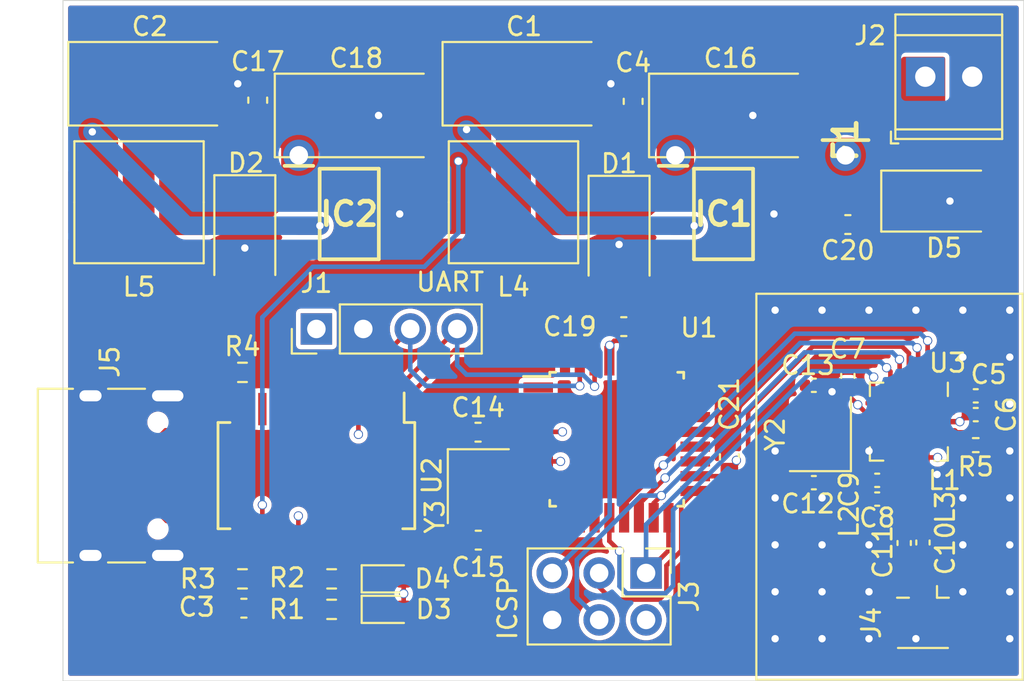
<source format=kicad_pcb>
(kicad_pcb (version 20171130) (host pcbnew "(5.1.8)-1")
  (layers (0 F.Cu signal) (1 In1.Cu signal) (2 In2.Cu signal) (31 B.Cu signal) (34 B.Paste user) (35 F.Paste user) (36 B.SilkS user) (37 F.SilkS user) (38 B.Mask user) (39 F.Mask user) (44 Edge.Cuts user))
  (net 0 "")
  (net 1 GND)
  (net 2 +5V)
  (net 3 /TX)
  (net 4 /RX)
  (net 5 "Net-(U1-Pad19)")
  (net 6 "Net-(U1-Pad20)")
  (net 7 "Net-(U1-Pad22)")
  (net 8 +3V3)
  (net 9 +12V)
  (net 10 "Net-(C5-Pad1)")
  (net 11 "Net-(C8-Pad2)")
  (net 12 "Net-(C10-Pad1)")
  (net 13 "Net-(C10-Pad2)")
  (net 14 "Net-(C12-Pad1)")
  (net 15 "Net-(C13-Pad1)")
  (net 16 "Net-(C14-Pad2)")
  (net 17 "Net-(C15-Pad2)")
  (net 18 "Net-(C19-Pad1)")
  (net 19 /RST)
  (net 20 "Net-(D1-Pad1)")
  (net 21 "Net-(D2-Pad1)")
  (net 22 "Net-(D3-Pad1)")
  (net 23 "Net-(D4-Pad1)")
  (net 24 "Net-(F1-Pad2)")
  (net 25 "Net-(IC1-Pad4)")
  (net 26 "Net-(IC2-Pad4)")
  (net 27 /D12)
  (net 28 /D13)
  (net 29 /D11)
  (net 30 "Net-(L1-Pad2)")
  (net 31 "Net-(L1-Pad1)")
  (net 32 "Net-(R1-Pad1)")
  (net 33 "Net-(R2-Pad1)")
  (net 34 "Net-(R5-Pad2)")
  (net 35 /D3)
  (net 36 /D4)
  (net 37 /D5)
  (net 38 /D6)
  (net 39 /D7)
  (net 40 /D8)
  (net 41 /D9)
  (net 42 /D10)
  (net 43 /A0)
  (net 44 /A1)
  (net 45 /A2)
  (net 46 /A3)
  (net 47 /A4)
  (net 48 /A5)
  (net 49 /D2)
  (net 50 "Net-(U2-Pad3)")
  (net 51 "Net-(U2-Pad6)")
  (net 52 "Net-(U2-Pad9)")
  (net 53 "Net-(U2-Pad10)")
  (net 54 "Net-(U2-Pad11)")
  (net 55 "Net-(U2-Pad12)")
  (net 56 "Net-(U2-Pad13)")
  (net 57 "Net-(U2-Pad14)")
  (net 58 /D+)
  (net 59 /D-)
  (net 60 "Net-(U2-Pad19)")
  (net 61 "Net-(U2-Pad26)")
  (net 62 "Net-(U2-Pad27)")
  (net 63 "Net-(U2-Pad28)")
  (net 64 "Net-(J5-PadB5)")
  (net 65 "Net-(J5-PadA8)")
  (net 66 "Net-(J5-PadA5)")
  (net 67 "Net-(J5-PadB8)")
  (net 68 "Net-(J5-PadA4)")
  (module Capacitor_SMD:C_0402_1005Metric (layer F.Cu) (at 171.831 101.4095)
    (fp_text reference C6 (at 1.651 0 90) (layer F.SilkS))
    (fp_text value 10nf)
    (pad 1 smd roundrect (at -0.48 0) (size 0.56 0.62) (layers F.Cu F.Paste F.Mask) (net 8 +3V3))
    (pad 2 smd roundrect (at 0.48 0) (size 0.56 0.62) (layers F.Cu F.Paste F.Mask) (net 1 GND))
  )
  (module Capacitor_Tantalum_SMD:CP_EIA-7343-31_Kemet-D (layer F.Cu) (at 147.3835 83.5025)
    (fp_text reference C1 (at 0 -3.1) (layer F.SilkS))
    (fp_text value 330uf)
    (pad 1 smd roundrect (at -3.1125 0) (size 2.075 2.55) (layers F.Cu F.Paste F.Mask) (roundrect_rratio 0.120482) (net 8 +3V3))
    (pad 2 smd roundrect (at 3.1125 0) (size 2.075 2.55) (layers F.Cu F.Paste F.Mask) (roundrect_rratio 0.120482) (net 1 GND))
  )
  (module Capacitor_Tantalum_SMD:CP_EIA-7343-31_Kemet-D (layer F.Cu) (at 127.126 83.5025)
    (fp_text reference C2 (at 0 -3.1) (layer F.SilkS))
    (fp_text value 470uf)
    (pad 2 smd roundrect (at 3.1125 0) (size 2.075 2.55) (layers F.Cu F.Paste F.Mask) (roundrect_rratio 0.120482) (net 1 GND))
    (pad 1 smd roundrect (at -3.1125 0) (size 2.075 2.55) (layers F.Cu F.Paste F.Mask) (roundrect_rratio 0.120482) (net 2 +5V))
  )
  (module Capacitor_SMD:C_0603_1608Metric (layer F.Cu) (at 153.289 84.455 270)
    (fp_text reference C4 (at -2.0955 0 180) (layer F.SilkS))
    (fp_text value 100nf)
    (pad 1 smd roundrect (at -0.775 0 270) (size 0.9 0.95) (layers F.Cu F.Paste F.Mask) (net 1 GND))
    (pad 2 smd roundrect (at 0.775 0 270) (size 0.9 0.95) (layers F.Cu F.Paste F.Mask) (net 9 +12V))
  )
  (module Capacitor_Tantalum_SMD:CP_EIA-7343-31_Kemet-D (layer F.Cu) (at 158.5595 85.217)
    (fp_text reference C16 (at 0 -3.1) (layer F.SilkS))
    (fp_text value 470uf)
    (pad 2 smd roundrect (at 3.1125 0) (size 2.075 2.55) (layers F.Cu F.Paste F.Mask) (roundrect_rratio 0.120482) (net 1 GND))
    (pad 1 smd roundrect (at -3.1125 0) (size 2.075 2.55) (layers F.Cu F.Paste F.Mask) (roundrect_rratio 0.120482) (net 9 +12V))
  )
  (module Capacitor_SMD:C_0603_1608Metric (layer F.Cu) (at 132.969 84.3915 270)
    (fp_text reference C17 (at -2.0955 0 180) (layer F.SilkS))
    (fp_text value 100nf)
    (pad 2 smd roundrect (at 0.775 0 270) (size 0.9 0.95) (layers F.Cu F.Paste F.Mask) (net 9 +12V))
    (pad 1 smd roundrect (at -0.775 0 270) (size 0.9 0.95) (layers F.Cu F.Paste F.Mask) (net 1 GND))
  )
  (module Capacitor_Tantalum_SMD:CP_EIA-7343-31_Kemet-D (layer F.Cu) (at 138.303 85.217)
    (fp_text reference C18 (at 0 -3.1) (layer F.SilkS))
    (fp_text value 470uf)
    (pad 1 smd roundrect (at -3.1125 0) (size 2.075 2.55) (layers F.Cu F.Paste F.Mask) (roundrect_rratio 0.120482) (net 9 +12V))
    (pad 2 smd roundrect (at 3.1125 0) (size 2.075 2.55) (layers F.Cu F.Paste F.Mask) (roundrect_rratio 0.120482) (net 1 GND))
  )
  (module Capacitor_SMD:C_0603_1608Metric (layer F.Cu) (at 164.9095 91.1225)
    (fp_text reference C20 (at 0 1.397) (layer F.SilkS))
    (fp_text value 100nf)
    (pad 2 smd roundrect (at 0.775 0) (size 0.9 0.95) (layers F.Cu F.Paste F.Mask) (net 1 GND))
    (pad 1 smd roundrect (at -0.775 0) (size 0.9 0.95) (layers F.Cu F.Paste F.Mask) (net 9 +12V))
  )
  (module Diode_SMD:D_SMA (layer F.Cu) (at 152.527 91.8845 270)
    (fp_text reference D1 (at -4.064 0 180) (layer F.SilkS))
    (fp_text value 1N5820)
    (pad 1 smd rect (at -2 0 270) (size 2.5 1.8) (layers F.Cu F.Paste F.Mask) (net 20 "Net-(D1-Pad1)"))
    (pad 2 smd rect (at 2 0 270) (size 2.5 1.8) (layers F.Cu F.Paste F.Mask) (net 1 GND))
  )
  (module Diode_SMD:D_SMA (layer F.Cu) (at 132.2705 91.8525 270)
    (fp_text reference D2 (at -4.064 -0.0635 180) (layer F.SilkS))
    (fp_text value 1N5820)
    (pad 2 smd rect (at 2 0 270) (size 2.5 1.8) (layers F.Cu F.Paste F.Mask) (net 1 GND))
    (pad 1 smd rect (at -2 0 270) (size 2.5 1.8) (layers F.Cu F.Paste F.Mask) (net 21 "Net-(D2-Pad1)"))
  )
  (module Diode_SMD:D_SMA (layer F.Cu) (at 170.1165 89.8525)
    (fp_text reference D5 (at 0 2.54) (layer F.SilkS))
    (fp_text value 1N4004)
    (pad 1 smd rect (at -2 0) (size 2.5 1.8) (layers F.Cu F.Paste F.Mask) (net 9 +12V))
    (pad 2 smd rect (at 2 0) (size 2.5 1.8) (layers F.Cu F.Paste F.Mask) (net 1 GND))
  )
  (module KiCad:FUSC6127X269N (layer F.Cu) (at 164.7825 86.5505 90)
    (fp_text reference F1 (at 0 0 90) (layer F.SilkS) (effects (font (size 1.27 1.27) (thickness 0.254))))
    (fp_text value Fuse hide)
    (pad 1 smd rect (at -2.5 0 90) (size 1.91 2.8) (layers F.Cu F.Paste F.Mask) (net 9 +12V))
    (pad 2 smd rect (at 2.5 0 90) (size 1.91 2.8) (layers F.Cu F.Paste F.Mask) (net 24 "Net-(F1-Pad2)"))
  )
  (module KiCad:SOIC127P600X175-8N (layer F.Cu) (at 158.1785 90.551)
    (fp_text reference IC1 (at 0 0) (layer F.SilkS) (effects (font (size 1.27 1.27) (thickness 0.254))))
    (fp_text value XL1509-3.0E1 hide)
    (pad 1 smd rect (at -2.725 -1.905 90) (size 0.7 1.55) (layers F.Cu F.Paste F.Mask) (net 9 +12V))
    (pad 2 smd rect (at -2.725 -0.635 90) (size 0.7 1.55) (layers F.Cu F.Paste F.Mask) (net 20 "Net-(D1-Pad1)"))
    (pad 3 smd rect (at -2.725 0.635 90) (size 0.7 1.55) (layers F.Cu F.Paste F.Mask) (net 8 +3V3))
    (pad 4 smd rect (at -2.725 1.905 90) (size 0.7 1.55) (layers F.Cu F.Paste F.Mask) (net 25 "Net-(IC1-Pad4)"))
    (pad 5 smd rect (at 2.725 1.905 90) (size 0.7 1.55) (layers F.Cu F.Paste F.Mask) (net 1 GND))
    (pad 6 smd rect (at 2.725 0.635 90) (size 0.7 1.55) (layers F.Cu F.Paste F.Mask) (net 1 GND))
    (pad 7 smd rect (at 2.725 -0.635 90) (size 0.7 1.55) (layers F.Cu F.Paste F.Mask) (net 1 GND))
    (pad 8 smd rect (at 2.725 -1.905 90) (size 0.7 1.55) (layers F.Cu F.Paste F.Mask) (net 1 GND))
  )
  (module KiCad:SOIC127P600X175-8N (layer F.Cu) (at 137.922 90.551)
    (fp_text reference IC2 (at 0 0) (layer F.SilkS) (effects (font (size 1.27 1.27) (thickness 0.254))))
    (fp_text value XL1509-5.0E1 hide)
    (pad 8 smd rect (at 2.725 -1.905 90) (size 0.7 1.55) (layers F.Cu F.Paste F.Mask) (net 1 GND))
    (pad 7 smd rect (at 2.725 -0.635 90) (size 0.7 1.55) (layers F.Cu F.Paste F.Mask) (net 1 GND))
    (pad 6 smd rect (at 2.725 0.635 90) (size 0.7 1.55) (layers F.Cu F.Paste F.Mask) (net 1 GND))
    (pad 5 smd rect (at 2.725 1.905 90) (size 0.7 1.55) (layers F.Cu F.Paste F.Mask) (net 1 GND))
    (pad 4 smd rect (at -2.725 1.905 90) (size 0.7 1.55) (layers F.Cu F.Paste F.Mask) (net 26 "Net-(IC2-Pad4)"))
    (pad 3 smd rect (at -2.725 0.635 90) (size 0.7 1.55) (layers F.Cu F.Paste F.Mask) (net 2 +5V))
    (pad 2 smd rect (at -2.725 -0.635 90) (size 0.7 1.55) (layers F.Cu F.Paste F.Mask) (net 21 "Net-(D2-Pad1)"))
    (pad 1 smd rect (at -2.725 -1.905 90) (size 0.7 1.55) (layers F.Cu F.Paste F.Mask) (net 9 +12V))
  )
  (module TerminalBlock_TE-Connectivity:TerminalBlock_TE_282834-2_1x02_P2.54mm_Horizontal (layer F.Cu) (at 169.1005 83.1215)
    (fp_text reference J2 (at -2.9845 -2.2225) (layer F.SilkS))
    (fp_text value VIN)
    (pad 1 thru_hole rect (at 0 0) (size 2.1 2.1) (drill 1.1) (layers *.Cu *.Mask) (net 24 "Net-(F1-Pad2)"))
    (pad 2 thru_hole circle (at 2.54 0) (size 2.1 2.1) (drill 1.1) (layers *.Cu *.Mask) (net 1 GND))
  )
  (module "KiCad:inductor 77" (layer F.Cu) (at 146.812 89.916 180)
    (fp_text reference L4 (at 0 -4.58) (layer F.SilkS))
    (fp_text value 47uh)
    (pad 2 smd rect (at 2.54 0 180) (size 2.575 3.35) (layers F.Cu F.Paste F.Mask) (net 8 +3V3))
    (pad 1 smd rect (at -2.4875 0 180) (size 2.575 3.35) (layers F.Cu F.Paste F.Mask) (net 20 "Net-(D1-Pad1)"))
  )
  (module "KiCad:inductor 77" (layer F.Cu) (at 126.5445 89.916 180)
    (fp_text reference L5 (at 0 -4.58) (layer F.SilkS))
    (fp_text value 68uh)
    (pad 1 smd rect (at -2.4875 0 180) (size 2.575 3.35) (layers F.Cu F.Paste F.Mask) (net 21 "Net-(D2-Pad1)"))
    (pad 2 smd rect (at 2.54 0 180) (size 2.575 3.35) (layers F.Cu F.Paste F.Mask) (net 2 +5V))
  )
  (module Capacitor_SMD:C_0603_1608Metric (layer F.Cu) (at 132.22 111.887 180)
    (fp_text reference C3 (at 2.553 0.0635) (layer F.SilkS))
    (fp_text value 100nf)
    (pad 2 smd roundrect (at 0.775 0 180) (size 0.9 0.95) (layers F.Cu F.Paste F.Mask) (net 1 GND))
    (pad 1 smd roundrect (at -0.775 0 180) (size 0.9 0.95) (layers F.Cu F.Paste F.Mask) (net 8 +3V3))
  )
  (module Capacitor_SMD:C_0402_1005Metric (layer F.Cu) (at 171.831 100.3935)
    (fp_text reference C5 (at 0.6985 -1.16) (layer F.SilkS))
    (fp_text value 33nf)
    (pad 2 smd roundrect (at 0.48 0) (size 0.56 0.62) (layers F.Cu F.Paste F.Mask) (net 1 GND))
    (pad 1 smd roundrect (at -0.48 0) (size 0.56 0.62) (layers F.Cu F.Paste F.Mask) (net 10 "Net-(C5-Pad1)"))
  )
  (module Capacitor_SMD:C_0402_1005Metric (layer F.Cu) (at 164.9095 99.314 90)
    (fp_text reference C7 (at 1.4605 0 180) (layer F.SilkS))
    (fp_text value 1nf)
    (pad 1 smd roundrect (at -0.48 0 90) (size 0.56 0.62) (layers F.Cu F.Paste F.Mask) (net 8 +3V3))
    (pad 2 smd roundrect (at 0.48 0 90) (size 0.56 0.62) (layers F.Cu F.Paste F.Mask) (net 1 GND))
  )
  (module Capacitor_SMD:C_0402_1005Metric (layer F.Cu) (at 166.497 105.9815)
    (fp_text reference C8 (at 0 1.016) (layer F.SilkS))
    (fp_text value 2.2nf)
    (pad 1 smd roundrect (at -0.48 0) (size 0.56 0.62) (layers F.Cu F.Paste F.Mask) (net 1 GND))
    (pad 2 smd roundrect (at 0.48 0) (size 0.56 0.62) (layers F.Cu F.Paste F.Mask) (net 11 "Net-(C8-Pad2)"))
  )
  (module Capacitor_SMD:C_0402_1005Metric (layer F.Cu) (at 166.497 104.9655)
    (fp_text reference C9 (at -1.524 0.508 270) (layer F.SilkS))
    (fp_text value 4.7pf)
    (pad 1 smd roundrect (at -0.48 0) (size 0.56 0.62) (layers F.Cu F.Paste F.Mask) (net 1 GND))
    (pad 2 smd roundrect (at 0.48 0) (size 0.56 0.62) (layers F.Cu F.Paste F.Mask) (net 11 "Net-(C8-Pad2)"))
  )
  (module Capacitor_SMD:C_0402_1005Metric (layer F.Cu) (at 168.9735 108.331 90)
    (fp_text reference C10 (at -0.3175 1.2065 90) (layer F.SilkS))
    (fp_text value 1.5pf)
    (pad 1 smd roundrect (at -0.48 0 90) (size 0.56 0.62) (layers F.Cu F.Paste F.Mask) (net 12 "Net-(C10-Pad1)"))
    (pad 2 smd roundrect (at 0.48 0 90) (size 0.56 0.62) (layers F.Cu F.Paste F.Mask) (net 13 "Net-(C10-Pad2)"))
  )
  (module Capacitor_SMD:C_0402_1005Metric (layer F.Cu) (at 167.9575 108.359 90)
    (fp_text reference C11 (at -0.48 -1.16 90) (layer F.SilkS))
    (fp_text value 1pf)
    (pad 2 smd roundrect (at 0.48 0 90) (size 0.56 0.62) (layers F.Cu F.Paste F.Mask) (net 1 GND))
    (pad 1 smd roundrect (at -0.48 0 90) (size 0.56 0.62) (layers F.Cu F.Paste F.Mask) (net 12 "Net-(C10-Pad1)"))
  )
  (module Capacitor_SMD:C_0402_1005Metric (layer F.Cu) (at 163.068 105.0925 180)
    (fp_text reference C12 (at 0.3175 -1.143) (layer F.SilkS))
    (fp_text value 22pf)
    (pad 2 smd roundrect (at 0.48 0 180) (size 0.56 0.62) (layers F.Cu F.Paste F.Mask) (net 1 GND))
    (pad 1 smd roundrect (at -0.48 0 180) (size 0.56 0.62) (layers F.Cu F.Paste F.Mask) (net 14 "Net-(C12-Pad1)"))
  )
  (module Capacitor_SMD:C_0402_1005Metric (layer F.Cu) (at 163.068 99.822)
    (fp_text reference C13 (at -0.3175 -1.0795) (layer F.SilkS))
    (fp_text value 22pf)
    (pad 2 smd roundrect (at 0.48 0) (size 0.56 0.62) (layers F.Cu F.Paste F.Mask) (net 1 GND))
    (pad 1 smd roundrect (at -0.48 0) (size 0.56 0.62) (layers F.Cu F.Paste F.Mask) (net 15 "Net-(C13-Pad1)"))
  )
  (module Capacitor_SMD:C_0603_1608Metric (layer F.Cu) (at 144.894 102.362 180)
    (fp_text reference C14 (at 0 1.3335) (layer F.SilkS))
    (fp_text value 22pf)
    (pad 1 smd roundrect (at -0.775 0 180) (size 0.9 0.95) (layers F.Cu F.Paste F.Mask) (net 1 GND))
    (pad 2 smd roundrect (at 0.775 0 180) (size 0.9 0.95) (layers F.Cu F.Paste F.Mask) (net 16 "Net-(C14-Pad2)"))
  )
  (module Capacitor_SMD:C_0603_1608Metric (layer F.Cu) (at 144.907 108.204)
    (fp_text reference C15 (at 0 1.4605) (layer F.SilkS))
    (fp_text value 22pf)
    (pad 1 smd roundrect (at -0.775 0) (size 0.9 0.95) (layers F.Cu F.Paste F.Mask) (net 1 GND))
    (pad 2 smd roundrect (at 0.775 0) (size 0.9 0.95) (layers F.Cu F.Paste F.Mask) (net 17 "Net-(C15-Pad2)"))
  )
  (module Capacitor_SMD:C_0603_1608Metric (layer F.Cu) (at 152.781 96.647)
    (fp_text reference C19 (at -2.921 0) (layer F.SilkS))
    (fp_text value 100nf)
    (pad 1 smd roundrect (at -0.775 0) (size 0.9 0.95) (layers F.Cu F.Paste F.Mask) (net 18 "Net-(C19-Pad1)"))
    (pad 2 smd roundrect (at 0.775 0) (size 0.9 0.95) (layers F.Cu F.Paste F.Mask) (net 19 /RST))
  )
  (module Capacitor_SMD:C_0603_1608Metric (layer F.Cu) (at 158.496 103.6955 270)
    (fp_text reference C21 (at -2.8575 0 90) (layer F.SilkS))
    (fp_text value 100nf)
    (pad 2 smd roundrect (at 0.775 0 270) (size 0.9 0.95) (layers F.Cu F.Paste F.Mask) (net 2 +5V))
    (pad 1 smd roundrect (at -0.775 0 270) (size 0.9 0.95) (layers F.Cu F.Paste F.Mask) (net 1 GND))
  )
  (module LED_SMD:LED_0603_1608Metric (layer F.Cu) (at 140.081 111.9505)
    (fp_text reference D3 (at 2.413 0) (layer F.SilkS))
    (fp_text value RX)
    (pad 1 smd roundrect (at -0.7875 0) (size 0.875 0.95) (layers F.Cu F.Paste F.Mask) (net 22 "Net-(D3-Pad1)"))
    (pad 2 smd roundrect (at 0.7875 0) (size 0.875 0.95) (layers F.Cu F.Paste F.Mask) (net 2 +5V))
  )
  (module LED_SMD:LED_0603_1608Metric (layer F.Cu) (at 140.081 110.2995)
    (fp_text reference D4 (at 2.3495 0) (layer F.SilkS))
    (fp_text value TX)
    (pad 2 smd roundrect (at 0.7875 0) (size 0.875 0.95) (layers F.Cu F.Paste F.Mask) (net 2 +5V))
    (pad 1 smd roundrect (at -0.7875 0) (size 0.875 0.95) (layers F.Cu F.Paste F.Mask) (net 23 "Net-(D4-Pad1)"))
  )
  (module Connector_PinHeader_2.54mm:PinHeader_1x04_P2.54mm_Vertical (layer F.Cu) (at 136.144 96.774 90)
    (fp_text reference J1 (at 2.4765 0 180) (layer F.SilkS))
    (fp_text value UART (at 2.54 7.239 180) (layer F.SilkS))
    (pad 1 thru_hole rect (at 0 0 90) (size 1.7 1.7) (drill 1) (layers *.Cu *.Mask) (net 2 +5V))
    (pad 2 thru_hole oval (at 0 2.54 90) (size 1.7 1.7) (drill 1) (layers *.Cu *.Mask) (net 1 GND))
    (pad 3 thru_hole oval (at 0 5.08 90) (size 1.7 1.7) (drill 1) (layers *.Cu *.Mask) (net 3 /TX))
    (pad 4 thru_hole oval (at 0 7.62 90) (size 1.7 1.7) (drill 1) (layers *.Cu *.Mask) (net 4 /RX))
  )
  (module Connector_PinHeader_2.54mm:PinHeader_2x03_P2.54mm_Vertical (layer F.Cu) (at 153.9875 109.982 270)
    (fp_text reference J3 (at 1.27 -2.33 90) (layer F.SilkS))
    (fp_text value ICSP (at 1.905 7.493 90) (layer F.SilkS))
    (pad 1 thru_hole rect (at 0 0 270) (size 1.7 1.7) (drill 1) (layers *.Cu *.Mask) (net 27 /D12))
    (pad 2 thru_hole oval (at 2.54 0 270) (size 1.7 1.7) (drill 1) (layers *.Cu *.Mask) (net 2 +5V))
    (pad 3 thru_hole oval (at 0 2.54 270) (size 1.7 1.7) (drill 1) (layers *.Cu *.Mask) (net 28 /D13))
    (pad 4 thru_hole oval (at 2.54 2.54 270) (size 1.7 1.7) (drill 1) (layers *.Cu *.Mask) (net 29 /D11))
    (pad 5 thru_hole oval (at 0 5.08 270) (size 1.7 1.7) (drill 1) (layers *.Cu *.Mask) (net 19 /RST))
    (pad 6 thru_hole oval (at 2.54 5.08 270) (size 1.7 1.7) (drill 1) (layers *.Cu *.Mask) (net 1 GND))
  )
  (module Connector_Coaxial:U.FL_Hirose_U.FL-R-SMT-1_Vertical (layer F.Cu) (at 168.9735 112.2045 270)
    (fp_text reference J4 (at 0.475 2.794 90) (layer F.SilkS))
    (fp_text value SMA)
    (pad 2 smd rect (at 0.475 1.475 270) (size 2.2 1.05) (layers F.Cu F.Paste F.Mask) (net 1 GND))
    (pad 1 smd rect (at -1.05 0 270) (size 1.05 1) (layers F.Cu F.Paste F.Mask) (net 12 "Net-(C10-Pad1)"))
    (pad 2 smd rect (at 0.475 -1.475 270) (size 2.2 1.05) (layers F.Cu F.Paste F.Mask) (net 1 GND))
  )
  (module Inductor_SMD:L_0402_1005Metric (layer F.Cu) (at 168.402 104.9655)
    (fp_text reference L1 (at 1.7375 0) (layer F.SilkS))
    (fp_text value 8.2nh)
    (pad 2 smd roundrect (at 0.485 0) (size 0.59 0.64) (layers F.Cu F.Paste F.Mask) (net 30 "Net-(L1-Pad2)"))
    (pad 1 smd roundrect (at -0.485 0) (size 0.59 0.64) (layers F.Cu F.Paste F.Mask) (net 31 "Net-(L1-Pad1)"))
  )
  (module Inductor_SMD:L_0402_1005Metric (layer F.Cu) (at 167.9575 106.426 270)
    (fp_text reference L2 (at 0.762 2.9845 270) (layer F.SilkS))
    (fp_text value 2.7nh)
    (pad 1 smd roundrect (at -0.485 0 270) (size 0.59 0.64) (layers F.Cu F.Paste F.Mask) (net 31 "Net-(L1-Pad1)"))
    (pad 2 smd roundrect (at 0.485 0 270) (size 0.59 0.64) (layers F.Cu F.Paste F.Mask) (net 11 "Net-(C8-Pad2)"))
  )
  (module Inductor_SMD:L_0402_1005Metric (layer F.Cu) (at 168.9735 106.426 270)
    (fp_text reference L3 (at 0 -1.2065 90) (layer F.SilkS))
    (fp_text value 3.9nh)
    (pad 1 smd roundrect (at -0.485 0 270) (size 0.59 0.64) (layers F.Cu F.Paste F.Mask) (net 30 "Net-(L1-Pad2)"))
    (pad 2 smd roundrect (at 0.485 0 270) (size 0.59 0.64) (layers F.Cu F.Paste F.Mask) (net 13 "Net-(C10-Pad2)"))
  )
  (module Resistor_SMD:R_0603_1608Metric (layer F.Cu) (at 136.9695 111.9505)
    (fp_text reference R1 (at -2.413 0) (layer F.SilkS))
    (fp_text value 330)
    (pad 1 smd roundrect (at -0.825 0) (size 0.8 0.95) (layers F.Cu F.Paste F.Mask) (net 32 "Net-(R1-Pad1)"))
    (pad 2 smd roundrect (at 0.825 0) (size 0.8 0.95) (layers F.Cu F.Paste F.Mask) (net 22 "Net-(D3-Pad1)"))
  )
  (module Resistor_SMD:R_0603_1608Metric (layer F.Cu) (at 136.9695 110.2995)
    (fp_text reference R2 (at -2.413 -0.0635) (layer F.SilkS))
    (fp_text value 330)
    (pad 2 smd roundrect (at 0.825 0) (size 0.8 0.95) (layers F.Cu F.Paste F.Mask) (net 23 "Net-(D4-Pad1)"))
    (pad 1 smd roundrect (at -0.825 0) (size 0.8 0.95) (layers F.Cu F.Paste F.Mask) (net 33 "Net-(R2-Pad1)"))
  )
  (module Resistor_SMD:R_0402_1005Metric (layer F.Cu) (at 171.831 103.0605 180)
    (fp_text reference R5 (at 0 -1.17) (layer F.SilkS))
    (fp_text value 22k)
    (pad 1 smd roundrect (at -0.51 0 180) (size 0.54 0.64) (layers F.Cu F.Paste F.Mask) (net 1 GND))
    (pad 2 smd roundrect (at 0.51 0 180) (size 0.54 0.64) (layers F.Cu F.Paste F.Mask) (net 34 "Net-(R5-Pad2)"))
  )
  (module Package_QFP:TQFP-32_7x7mm_P0.8mm (layer F.Cu) (at 152.4 102.743)
    (fp_text reference U1 (at 4.445 -6.0325) (layer F.SilkS))
    (fp_text value ATmega328P-AU)
    (pad 1 smd rect (at -4.25 -2.8) (size 1.6 0.55) (layers F.Cu F.Paste F.Mask) (net 35 /D3))
    (pad 2 smd rect (at -4.25 -2) (size 1.6 0.55) (layers F.Cu F.Paste F.Mask) (net 36 /D4))
    (pad 3 smd rect (at -4.25 -1.2) (size 1.6 0.55) (layers F.Cu F.Paste F.Mask) (net 1 GND))
    (pad 4 smd rect (at -4.25 -0.4) (size 1.6 0.55) (layers F.Cu F.Paste F.Mask) (net 2 +5V))
    (pad 5 smd rect (at -4.25 0.4) (size 1.6 0.55) (layers F.Cu F.Paste F.Mask) (net 1 GND))
    (pad 6 smd rect (at -4.25 1.2) (size 1.6 0.55) (layers F.Cu F.Paste F.Mask) (net 2 +5V))
    (pad 7 smd rect (at -4.25 2) (size 1.6 0.55) (layers F.Cu F.Paste F.Mask) (net 16 "Net-(C14-Pad2)"))
    (pad 8 smd rect (at -4.25 2.8) (size 1.6 0.55) (layers F.Cu F.Paste F.Mask) (net 17 "Net-(C15-Pad2)"))
    (pad 9 smd rect (at -2.8 4.25 90) (size 1.6 0.55) (layers F.Cu F.Paste F.Mask) (net 37 /D5))
    (pad 10 smd rect (at -2 4.25 90) (size 1.6 0.55) (layers F.Cu F.Paste F.Mask) (net 38 /D6))
    (pad 11 smd rect (at -1.2 4.25 90) (size 1.6 0.55) (layers F.Cu F.Paste F.Mask) (net 39 /D7))
    (pad 12 smd rect (at -0.4 4.25 90) (size 1.6 0.55) (layers F.Cu F.Paste F.Mask) (net 40 /D8))
    (pad 13 smd rect (at 0.4 4.25 90) (size 1.6 0.55) (layers F.Cu F.Paste F.Mask) (net 41 /D9))
    (pad 14 smd rect (at 1.2 4.25 90) (size 1.6 0.55) (layers F.Cu F.Paste F.Mask) (net 42 /D10))
    (pad 15 smd rect (at 2 4.25 90) (size 1.6 0.55) (layers F.Cu F.Paste F.Mask) (net 29 /D11))
    (pad 16 smd rect (at 2.8 4.25 90) (size 1.6 0.55) (layers F.Cu F.Paste F.Mask) (net 27 /D12))
    (pad 17 smd rect (at 4.25 2.8) (size 1.6 0.55) (layers F.Cu F.Paste F.Mask) (net 28 /D13))
    (pad 18 smd rect (at 4.25 2) (size 1.6 0.55) (layers F.Cu F.Paste F.Mask) (net 2 +5V))
    (pad 19 smd rect (at 4.25 1.2) (size 1.6 0.55) (layers F.Cu F.Paste F.Mask) (net 5 "Net-(U1-Pad19)"))
    (pad 20 smd rect (at 4.25 0.4) (size 1.6 0.55) (layers F.Cu F.Paste F.Mask) (net 6 "Net-(U1-Pad20)"))
    (pad 21 smd rect (at 4.25 -0.4) (size 1.6 0.55) (layers F.Cu F.Paste F.Mask) (net 1 GND))
    (pad 22 smd rect (at 4.25 -1.2) (size 1.6 0.55) (layers F.Cu F.Paste F.Mask) (net 7 "Net-(U1-Pad22)"))
    (pad 23 smd rect (at 4.25 -2) (size 1.6 0.55) (layers F.Cu F.Paste F.Mask) (net 43 /A0))
    (pad 24 smd rect (at 4.25 -2.8) (size 1.6 0.55) (layers F.Cu F.Paste F.Mask) (net 44 /A1))
    (pad 25 smd rect (at 2.8 -4.25 90) (size 1.6 0.55) (layers F.Cu F.Paste F.Mask) (net 45 /A2))
    (pad 26 smd rect (at 2 -4.25 90) (size 1.6 0.55) (layers F.Cu F.Paste F.Mask) (net 46 /A3))
    (pad 27 smd rect (at 1.2 -4.25 90) (size 1.6 0.55) (layers F.Cu F.Paste F.Mask) (net 47 /A4))
    (pad 28 smd rect (at 0.4 -4.25 90) (size 1.6 0.55) (layers F.Cu F.Paste F.Mask) (net 48 /A5))
    (pad 29 smd rect (at -0.4 -4.25 90) (size 1.6 0.55) (layers F.Cu F.Paste F.Mask) (net 19 /RST))
    (pad 30 smd rect (at -1.2 -4.25 90) (size 1.6 0.55) (layers F.Cu F.Paste F.Mask) (net 4 /RX))
    (pad 31 smd rect (at -2 -4.25 90) (size 1.6 0.55) (layers F.Cu F.Paste F.Mask) (net 3 /TX))
    (pad 32 smd rect (at -2.8 -4.25 90) (size 1.6 0.55) (layers F.Cu F.Paste F.Mask) (net 49 /D2))
  )
  (module Package_SO:SSOP-28_5.3x10.2mm_P0.65mm (layer F.Cu) (at 136.144 104.7115 270)
    (fp_text reference U2 (at 0 -6.25 90) (layer F.SilkS))
    (fp_text value FT232RL)
    (pad 1 smd rect (at -3.6 -4.225 270) (size 1.75 0.45) (layers F.Cu F.Paste F.Mask) (net 4 /RX))
    (pad 2 smd rect (at -3.6 -3.575 270) (size 1.75 0.45) (layers F.Cu F.Paste F.Mask) (net 18 "Net-(C19-Pad1)"))
    (pad 3 smd rect (at -3.6 -2.925 270) (size 1.75 0.45) (layers F.Cu F.Paste F.Mask) (net 50 "Net-(U2-Pad3)"))
    (pad 4 smd rect (at -3.6 -2.275 270) (size 1.75 0.45) (layers F.Cu F.Paste F.Mask) (net 2 +5V))
    (pad 5 smd rect (at -3.6 -1.625 270) (size 1.75 0.45) (layers F.Cu F.Paste F.Mask) (net 3 /TX))
    (pad 6 smd rect (at -3.6 -0.975 270) (size 1.75 0.45) (layers F.Cu F.Paste F.Mask) (net 51 "Net-(U2-Pad6)"))
    (pad 7 smd rect (at -3.6 -0.325 270) (size 1.75 0.45) (layers F.Cu F.Paste F.Mask) (net 1 GND))
    (pad 8 smd rect (at -3.6 0.325 270) (size 1.75 0.45) (layers F.Cu F.Paste F.Mask))
    (pad 9 smd rect (at -3.6 0.975 270) (size 1.75 0.45) (layers F.Cu F.Paste F.Mask) (net 52 "Net-(U2-Pad9)"))
    (pad 10 smd rect (at -3.6 1.625 270) (size 1.75 0.45) (layers F.Cu F.Paste F.Mask) (net 53 "Net-(U2-Pad10)"))
    (pad 11 smd rect (at -3.6 2.275 270) (size 1.75 0.45) (layers F.Cu F.Paste F.Mask) (net 54 "Net-(U2-Pad11)"))
    (pad 12 smd rect (at -3.6 2.925 270) (size 1.75 0.45) (layers F.Cu F.Paste F.Mask) (net 55 "Net-(U2-Pad12)"))
    (pad 13 smd rect (at -3.6 3.575 270) (size 1.75 0.45) (layers F.Cu F.Paste F.Mask) (net 56 "Net-(U2-Pad13)"))
    (pad 14 smd rect (at -3.6 4.225 270) (size 1.75 0.45) (layers F.Cu F.Paste F.Mask) (net 57 "Net-(U2-Pad14)"))
    (pad 15 smd rect (at 3.6 4.225 270) (size 1.75 0.45) (layers F.Cu F.Paste F.Mask) (net 58 /D+))
    (pad 16 smd rect (at 3.6 3.575 270) (size 1.75 0.45) (layers F.Cu F.Paste F.Mask) (net 59 /D-))
    (pad 17 smd rect (at 3.6 2.925 270) (size 1.75 0.45) (layers F.Cu F.Paste F.Mask) (net 8 +3V3))
    (pad 18 smd rect (at 3.6 2.275 270) (size 1.75 0.45) (layers F.Cu F.Paste F.Mask) (net 1 GND))
    (pad 19 smd rect (at 3.6 1.625 270) (size 1.75 0.45) (layers F.Cu F.Paste F.Mask) (net 60 "Net-(U2-Pad19)"))
    (pad 20 smd rect (at 3.6 0.975 270) (size 1.75 0.45) (layers F.Cu F.Paste F.Mask) (net 2 +5V))
    (pad 21 smd rect (at 3.6 0.325 270) (size 1.75 0.45) (layers F.Cu F.Paste F.Mask) (net 1 GND))
    (pad 22 smd rect (at 3.6 -0.325 270) (size 1.75 0.45) (layers F.Cu F.Paste F.Mask) (net 33 "Net-(R2-Pad1)"))
    (pad 23 smd rect (at 3.6 -0.975 270) (size 1.75 0.45) (layers F.Cu F.Paste F.Mask) (net 32 "Net-(R1-Pad1)"))
    (pad 24 smd rect (at 3.6 -1.625 270) (size 1.75 0.45) (layers F.Cu F.Paste F.Mask))
    (pad 25 smd rect (at 3.6 -2.275 270) (size 1.75 0.45) (layers F.Cu F.Paste F.Mask) (net 1 GND))
    (pad 26 smd rect (at 3.6 -2.925 270) (size 1.75 0.45) (layers F.Cu F.Paste F.Mask) (net 61 "Net-(U2-Pad26)"))
    (pad 27 smd rect (at 3.6 -3.575 270) (size 1.75 0.45) (layers F.Cu F.Paste F.Mask) (net 62 "Net-(U2-Pad27)"))
    (pad 28 smd rect (at 3.6 -4.225 270) (size 1.75 0.45) (layers F.Cu F.Paste F.Mask) (net 63 "Net-(U2-Pad28)"))
  )
  (module Package_DFN_QFN:QFN-20-1EP_4x4mm_P0.5mm_EP2.5x2.5mm (layer F.Cu) (at 168.2115 101.7905 270)
    (fp_text reference U3 (at -3.175 -2.0955 180) (layer F.SilkS))
    (fp_text value nRF24L01P)
    (pad 1 smd roundrect (at -1.9375 -1 270) (size 0.825 0.25) (layers F.Cu F.Paste F.Mask) (net 41 /D9))
    (pad 2 smd roundrect (at -1.9375 -0.5 270) (size 0.825 0.25) (layers F.Cu F.Paste F.Mask) (net 42 /D10))
    (pad 3 smd roundrect (at -1.9375 0 270) (size 0.825 0.25) (layers F.Cu F.Paste F.Mask) (net 28 /D13))
    (pad 4 smd roundrect (at -1.9375 0.5 270) (size 0.825 0.25) (layers F.Cu F.Paste F.Mask) (net 29 /D11))
    (pad 5 smd roundrect (at -1.9375 1 270) (size 0.825 0.25) (layers F.Cu F.Paste F.Mask) (net 27 /D12))
    (pad 6 smd roundrect (at -1 1.9375 270) (size 0.25 0.825) (layers F.Cu F.Paste F.Mask) (net 40 /D8))
    (pad 7 smd roundrect (at -0.5 1.9375 270) (size 0.25 0.825) (layers F.Cu F.Paste F.Mask) (net 8 +3V3))
    (pad 8 smd roundrect (at 0 1.9375 270) (size 0.25 0.825) (layers F.Cu F.Paste F.Mask) (net 1 GND))
    (pad 9 smd roundrect (at 0.5 1.9375 270) (size 0.25 0.825) (layers F.Cu F.Paste F.Mask) (net 15 "Net-(C13-Pad1)"))
    (pad 10 smd roundrect (at 1 1.9375 270) (size 0.25 0.825) (layers F.Cu F.Paste F.Mask) (net 14 "Net-(C12-Pad1)"))
    (pad 11 smd roundrect (at 1.9375 1 270) (size 0.825 0.25) (layers F.Cu F.Paste F.Mask) (net 11 "Net-(C8-Pad2)"))
    (pad 12 smd roundrect (at 1.9375 0.5 270) (size 0.825 0.25) (layers F.Cu F.Paste F.Mask) (net 31 "Net-(L1-Pad1)"))
    (pad 13 smd roundrect (at 1.9375 0 270) (size 0.825 0.25) (layers F.Cu F.Paste F.Mask) (net 30 "Net-(L1-Pad2)"))
    (pad 14 smd roundrect (at 1.9375 -0.5 270) (size 0.825 0.25) (layers F.Cu F.Paste F.Mask) (net 1 GND))
    (pad 15 smd roundrect (at 1.9375 -1 270) (size 0.825 0.25) (layers F.Cu F.Paste F.Mask) (net 8 +3V3))
    (pad 16 smd roundrect (at 1 -1.9375 270) (size 0.25 0.825) (layers F.Cu F.Paste F.Mask) (net 34 "Net-(R5-Pad2)"))
    (pad 17 smd roundrect (at 0.5 -1.9375 270) (size 0.25 0.825) (layers F.Cu F.Paste F.Mask) (net 1 GND))
    (pad 18 smd roundrect (at 0 -1.9375 270) (size 0.25 0.825) (layers F.Cu F.Paste F.Mask) (net 8 +3V3))
    (pad 19 smd roundrect (at -0.5 -1.9375 270) (size 0.25 0.825) (layers F.Cu F.Paste F.Mask) (net 10 "Net-(C5-Pad1)"))
    (pad 20 smd roundrect (at -1 -1.9375 270) (size 0.25 0.825) (layers F.Cu F.Paste F.Mask) (net 1 GND))
    (pad 21 smd rect (at 0 0 270) (size 2.5 2.5) (layers F.Cu F.Mask))
  )
  (module Crystal:Crystal_SMD_3225-4Pin_3.2x2.5mm (layer F.Cu) (at 163.4245 102.4685 90)
    (fp_text reference Y2 (at 0 -2.45 90) (layer F.SilkS))
    (fp_text value 16Mhz)
    (pad 1 smd rect (at -1.1 0.85 90) (size 1.4 1.2) (layers F.Cu F.Paste F.Mask) (net 14 "Net-(C12-Pad1)"))
    (pad 2 smd rect (at 1.1 0.85 90) (size 1.4 1.2) (layers F.Cu F.Paste F.Mask) (net 1 GND))
    (pad 3 smd rect (at 1.1 -0.85 90) (size 1.4 1.2) (layers F.Cu F.Paste F.Mask) (net 15 "Net-(C13-Pad1)"))
    (pad 4 smd rect (at -1.1 -0.85 90) (size 1.4 1.2) (layers F.Cu F.Paste F.Mask) (net 1 GND))
  )
  (module Crystal:Crystal_SMD_3225-4Pin_3.2x2.5mm (layer F.Cu) (at 144.907 105.283 270)
    (fp_text reference Y3 (at 1.651 2.3495 90) (layer F.SilkS))
    (fp_text value 16Mhz)
    (pad 4 smd rect (at -1.1 -0.85 270) (size 1.4 1.2) (layers F.Cu F.Paste F.Mask) (net 1 GND))
    (pad 3 smd rect (at 1.1 -0.85 270) (size 1.4 1.2) (layers F.Cu F.Paste F.Mask) (net 17 "Net-(C15-Pad2)"))
    (pad 2 smd rect (at 1.1 0.85 270) (size 1.4 1.2) (layers F.Cu F.Paste F.Mask) (net 1 GND))
    (pad 1 smd rect (at -1.1 0.85 270) (size 1.4 1.2) (layers F.Cu F.Paste F.Mask) (net 16 "Net-(C14-Pad2)"))
  )
  (module Connector_USB:USB_C_Receptacle_HRO_TYPE-C-31-M-12 (layer F.Cu) (at 124.968 104.7115 270)
    (fp_text reference J5 (at -6.1595 0 90) (layer F.SilkS))
    (fp_text value USB_C_Receptacle)
    (pad S1 thru_hole oval (at 4.32 1.05 270) (size 1 1.6) (drill oval 0.6 1.2) (layers *.Cu *.Mask) (net 1 GND))
    (pad "" np_thru_hole circle (at 2.89 -2.6 270) (size 0.65 0.65) (drill 0.65) (layers *.Cu *.Mask))
    (pad S1 thru_hole oval (at -4.32 1.05 270) (size 1 1.6) (drill oval 0.6 1.2) (layers *.Cu *.Mask) (net 1 GND))
    (pad "" np_thru_hole circle (at -2.89 -2.6 270) (size 0.65 0.65) (drill 0.65) (layers *.Cu *.Mask))
    (pad S1 thru_hole oval (at -4.32 -3.13 270) (size 1 2.1) (drill oval 0.6 1.7) (layers *.Cu *.Mask) (net 1 GND))
    (pad S1 thru_hole oval (at 4.32 -3.13 270) (size 1 2.1) (drill oval 0.6 1.7) (layers *.Cu *.Mask) (net 1 GND))
    (pad A6 smd rect (at -0.25 -4.045 270) (size 0.3 1.45) (layers F.Cu F.Paste F.Mask) (net 58 /D+))
    (pad B5 smd rect (at 1.75 -4.045 270) (size 0.3 1.45) (layers F.Cu F.Paste F.Mask) (net 64 "Net-(J5-PadB5)"))
    (pad A8 smd rect (at 1.25 -4.045 270) (size 0.3 1.45) (layers F.Cu F.Paste F.Mask) (net 65 "Net-(J5-PadA8)"))
    (pad B6 smd rect (at 0.75 -4.045 270) (size 0.3 1.45) (layers F.Cu F.Paste F.Mask) (net 58 /D+))
    (pad A7 smd rect (at 0.25 -4.045 270) (size 0.3 1.45) (layers F.Cu F.Paste F.Mask) (net 59 /D-))
    (pad B7 smd rect (at -0.75 -4.045 270) (size 0.3 1.45) (layers F.Cu F.Paste F.Mask) (net 59 /D-))
    (pad A5 smd rect (at -1.25 -4.045 270) (size 0.3 1.45) (layers F.Cu F.Paste F.Mask) (net 66 "Net-(J5-PadA5)"))
    (pad B8 smd rect (at -1.75 -4.045 270) (size 0.3 1.45) (layers F.Cu F.Paste F.Mask) (net 67 "Net-(J5-PadB8)"))
    (pad A12 smd rect (at 3.25 -4.045 270) (size 0.6 1.45) (layers F.Cu F.Paste F.Mask) (net 1 GND))
    (pad B4 smd rect (at 2.45 -4.045 270) (size 0.6 1.45) (layers F.Cu F.Paste F.Mask) (net 68 "Net-(J5-PadA4)"))
    (pad A4 smd rect (at -2.45 -4.045 270) (size 0.6 1.45) (layers F.Cu F.Paste F.Mask) (net 68 "Net-(J5-PadA4)"))
    (pad A1 smd rect (at -3.25 -4.045 270) (size 0.6 1.45) (layers F.Cu F.Paste F.Mask) (net 1 GND))
    (pad B12 smd rect (at -3.25 -4.045 270) (size 0.6 1.45) (layers F.Cu F.Paste F.Mask) (net 1 GND))
    (pad B9 smd rect (at -2.45 -4.045 270) (size 0.6 1.45) (layers F.Cu F.Paste F.Mask) (net 68 "Net-(J5-PadA4)"))
    (pad A9 smd rect (at 2.45 -4.045 270) (size 0.6 1.45) (layers F.Cu F.Paste F.Mask) (net 68 "Net-(J5-PadA4)"))
    (pad B1 smd rect (at 3.25 -4.045 270) (size 0.6 1.45) (layers F.Cu F.Paste F.Mask) (net 1 GND))
  )
  (module Resistor_SMD:R_0603_1608Metric (layer F.Cu) (at 132.1435 110.2995 180)
    (fp_text reference R3 (at 2.413 0) (layer F.SilkS))
    (fp_text value 5.1k)
    (pad 1 smd roundrect (at -0.825 0 180) (size 0.8 0.95) (layers F.Cu F.Paste F.Mask) (net 1 GND))
    (pad 2 smd roundrect (at 0.825 0 180) (size 0.8 0.95) (layers F.Cu F.Paste F.Mask) (net 64 "Net-(J5-PadB5)"))
  )
  (module Resistor_SMD:R_0603_1608Metric (layer F.Cu) (at 132.1435 99.1235 180)
    (fp_text reference R4 (at 0 1.397) (layer F.SilkS))
    (fp_text value 5.1k)
    (pad 2 smd roundrect (at 0.825 0 180) (size 0.8 0.95) (layers F.Cu F.Paste F.Mask) (net 66 "Net-(J5-PadA5)"))
    (pad 1 smd roundrect (at -0.825 0 180) (size 0.8 0.95) (layers F.Cu F.Paste F.Mask) (net 1 GND))
  )
  (gr_line (start 174.371 115.7605) (end 159.9565 115.7605) (layer F.SilkS) (width 0.12))
  (gr_line (start 174.371 94.869) (end 174.371 115.7605) (layer F.SilkS) (width 0.12))
  (gr_line (start 159.9565 94.869) (end 174.371 94.869) (layer F.SilkS) (width 0.12))
  (gr_line (start 159.9565 115.7605) (end 159.9565 94.869) (layer F.SilkS) (width 0.12))
  (gr_line (start 174.4345 115.824) (end 174.4345 95.6945) (layer Edge.Cuts) (width 0.05))
  (gr_line (start 173.99 115.824) (end 174.4345 115.824) (layer Edge.Cuts) (width 0.05))
  (gr_line (start 122.428 115.824) (end 173.99 115.824) (layer Edge.Cuts) (width 0.05))
  (gr_line (start 122.428 113.03) (end 122.428 115.824) (layer Edge.Cuts) (width 0.05))
  (gr_line (start 122.428 95.6945) (end 122.428 113.03) (layer Edge.Cuts) (width 0.05))
  (gr_line (start 122.428 78.994) (end 123.317 78.994) (layer Edge.Cuts) (width 0.05))
  (gr_line (start 122.428 82.296) (end 122.428 78.994) (layer Edge.Cuts) (width 0.05))
  (gr_line (start 170.1165 78.994) (end 123.317 78.994) (layer Edge.Cuts) (width 0.05))
  (gr_line (start 122.428 82.296) (end 122.428 95.6945) (layer Edge.Cuts) (width 0.05))
  (gr_line (start 174.4345 95.6945) (end 174.4345 78.994) (layer Edge.Cuts) (width 0.05))
  (gr_line (start 173.4185 78.994) (end 174.4345 78.994) (layer Edge.Cuts) (width 0.05))
  (gr_line (start 170.1165 78.994) (end 173.4185 78.994) (layer Edge.Cuts) (width 0.05))
  (via (at 160.909 90.551) (size 0.8) (drill 0.4) (layers F.Cu B.Cu) (net 1))
  (segment (start 161.672 85.217) (end 159.766 85.217) (width 1) (layer F.Cu) (net 1))
  (via (at 159.766 85.217) (size 0.8) (drill 0.4) (layers F.Cu B.Cu) (net 1))
  (segment (start 153.1115 83.5025) (end 153.289 83.68) (width 1) (layer F.Cu) (net 1))
  (segment (start 152.0825 83.5025) (end 153.1115 83.5025) (width 1) (layer F.Cu) (net 1))
  (via (at 152.0825 83.5025) (size 0.8) (drill 0.4) (layers F.Cu B.Cu) (net 1))
  (segment (start 152.527 93.8845) (end 152.527 92.202) (width 1) (layer F.Cu) (net 1))
  (via (at 152.527 92.202) (size 0.8) (drill 0.4) (layers F.Cu B.Cu) (net 1))
  (segment (start 141.4155 85.217) (end 139.5095 85.217) (width 1) (layer F.Cu) (net 1))
  (via (at 139.5095 85.217) (size 0.8) (drill 0.4) (layers F.Cu B.Cu) (net 1))
  (segment (start 132.855 83.5025) (end 132.969 83.6165) (width 1) (layer F.Cu) (net 1))
  (segment (start 130.2385 83.5025) (end 131.8895 83.5025) (width 1) (layer F.Cu) (net 1))
  (segment (start 131.8895 83.5025) (end 132.855 83.5025) (width 1) (layer F.Cu) (net 1))
  (via (at 131.8895 83.5025) (size 0.8) (drill 0.4) (layers F.Cu B.Cu) (net 1))
  (segment (start 132.2705 93.8525) (end 132.2705 92.3925) (width 1) (layer F.Cu) (net 1))
  (via (at 132.2705 92.3925) (size 0.8) (drill 0.4) (layers F.Cu B.Cu) (net 1))
  (via (at 140.6525 90.551) (size 0.8) (drill 0.4) (layers F.Cu B.Cu) (net 1))
  (segment (start 172.1165 89.8525) (end 170.434 89.8525) (width 1) (layer F.Cu) (net 1))
  (segment (start 170.434 89.8525) (end 170.3705 89.8525) (width 1) (layer F.Cu) (net 1))
  (via (at 170.434 89.8525) (size 0.8) (drill 0.4) (layers F.Cu B.Cu) (net 1))
  (segment (start 170.434 90.813602) (end 170.434 89.8525) (width 1) (layer F.Cu) (net 1))
  (segment (start 169.868101 91.379501) (end 170.434 90.813602) (width 1) (layer F.Cu) (net 1))
  (segment (start 165.941501 91.379501) (end 169.868101 91.379501) (width 1) (layer F.Cu) (net 1))
  (segment (start 165.6845 91.1225) (end 165.941501 91.379501) (width 1) (layer F.Cu) (net 1))
  (segment (start 168.96351 104.39251) (end 169.48001 104.39251) (width 0.25) (layer F.Cu) (net 1))
  (segment (start 168.7115 104.1405) (end 168.96351 104.39251) (width 0.25) (layer F.Cu) (net 1))
  (segment (start 168.7115 103.728) (end 168.7115 104.1405) (width 0.25) (layer F.Cu) (net 1))
  (segment (start 169.48001 104.39251) (end 169.7355 104.648) (width 0.25) (layer F.Cu) (net 1))
  (segment (start 169.7355 104.648) (end 169.7355 104.648) (width 0.25) (layer F.Cu) (net 1))
  (via (at 169.7355 104.648) (size 0.5) (drill 0.4) (layers F.Cu B.Cu) (net 1))
  (segment (start 172.311 103.0305) (end 172.341 103.0605) (width 0.29337) (layer F.Cu) (net 1))
  (segment (start 172.051305 102.391805) (end 172.311 102.6515) (width 0.29337) (layer F.Cu) (net 1))
  (segment (start 170.694944 102.2905) (end 170.796249 102.391805) (width 0.29337) (layer F.Cu) (net 1))
  (segment (start 170.796249 102.391805) (end 172.051305 102.391805) (width 0.29337) (layer F.Cu) (net 1))
  (segment (start 170.149 102.2905) (end 170.694944 102.2905) (width 0.29337) (layer F.Cu) (net 1))
  (segment (start 172.311 102.6515) (end 172.311 103.0305) (width 0.29337) (layer F.Cu) (net 1))
  (segment (start 172.311 100.3935) (end 172.311 100.9295) (width 0.29337) (layer F.Cu) (net 1))
  (segment (start 172.311 100.9295) (end 172.311 102.6515) (width 0.29337) (layer F.Cu) (net 1))
  (segment (start 164.6965 101.7905) (end 164.2745 101.3685) (width 0.29337) (layer F.Cu) (net 1))
  (segment (start 166.274 101.7905) (end 164.6965 101.7905) (width 0.29337) (layer F.Cu) (net 1))
  (segment (start 163.548 99.822) (end 163.703 99.822) (width 0.29337) (layer F.Cu) (net 1))
  (segment (start 164.2745 100.3935) (end 164.2745 101.3685) (width 0.29337) (layer F.Cu) (net 1))
  (segment (start 163.703 99.822) (end 164.05225 100.17125) (width 0.29337) (layer F.Cu) (net 1))
  (segment (start 164.05225 100.17125) (end 164.2745 100.3935) (width 0.29337) (layer F.Cu) (net 1))
  (via (at 164.05225 100.17125) (size 0.5) (drill 0.4) (layers F.Cu B.Cu) (net 1))
  (via (at 160.9725 95.758) (size 0.5) (drill 0.4) (layers F.Cu B.Cu) (net 1))
  (via (at 163.5125 95.758) (size 0.5) (drill 0.4) (layers F.Cu B.Cu) (net 1))
  (via (at 166.0525 95.758) (size 0.5) (drill 0.4) (layers F.Cu B.Cu) (net 1))
  (via (at 168.5925 95.758) (size 0.5) (drill 0.4) (layers F.Cu B.Cu) (net 1))
  (via (at 171.1325 95.758) (size 0.5) (drill 0.4) (layers F.Cu B.Cu) (net 1))
  (via (at 173.6725 95.758) (size 0.5) (drill 0.4) (layers F.Cu B.Cu) (net 1))
  (via (at 171.1325 98.298) (size 0.5) (drill 0.4) (layers F.Cu B.Cu) (net 1))
  (via (at 173.6725 98.298) (size 0.5) (drill 0.4) (layers F.Cu B.Cu) (net 1))
  (via (at 173.6725 100.838) (size 0.5) (drill 0.4) (layers F.Cu B.Cu) (net 1))
  (via (at 160.9725 103.378) (size 0.5) (drill 0.4) (layers F.Cu B.Cu) (net 1))
  (via (at 166.0525 103.378) (size 0.5) (drill 0.4) (layers F.Cu B.Cu) (net 1))
  (via (at 173.6725 103.378) (size 0.5) (drill 0.4) (layers F.Cu B.Cu) (net 1))
  (via (at 160.9725 105.918) (size 0.5) (drill 0.4) (layers F.Cu B.Cu) (net 1))
  (via (at 163.5125 105.918) (size 0.5) (drill 0.4) (layers F.Cu B.Cu) (net 1))
  (via (at 171.1325 105.918) (size 0.5) (drill 0.4) (layers F.Cu B.Cu) (net 1))
  (via (at 173.6725 105.918) (size 0.5) (drill 0.4) (layers F.Cu B.Cu) (net 1))
  (via (at 160.9725 108.458) (size 0.5) (drill 0.4) (layers F.Cu B.Cu) (net 1))
  (via (at 163.5125 108.458) (size 0.5) (drill 0.4) (layers F.Cu B.Cu) (net 1))
  (via (at 166.0525 108.458) (size 0.5) (drill 0.4) (layers F.Cu B.Cu) (net 1))
  (via (at 171.1325 108.458) (size 0.5) (drill 0.4) (layers F.Cu B.Cu) (net 1))
  (via (at 173.6725 108.458) (size 0.5) (drill 0.4) (layers F.Cu B.Cu) (net 1))
  (via (at 160.9725 110.998) (size 0.5) (drill 0.4) (layers F.Cu B.Cu) (net 1))
  (via (at 163.5125 110.998) (size 0.5) (drill 0.4) (layers F.Cu B.Cu) (net 1))
  (via (at 166.0525 110.998) (size 0.5) (drill 0.4) (layers F.Cu B.Cu) (net 1))
  (via (at 171.1325 110.998) (size 0.5) (drill 0.4) (layers F.Cu B.Cu) (net 1))
  (via (at 173.6725 110.998) (size 0.5) (drill 0.4) (layers F.Cu B.Cu) (net 1))
  (via (at 160.9725 113.538) (size 0.5) (drill 0.4) (layers F.Cu B.Cu) (net 1))
  (via (at 163.5125 113.538) (size 0.5) (drill 0.4) (layers F.Cu B.Cu) (net 1))
  (via (at 166.0525 113.538) (size 0.5) (drill 0.4) (layers F.Cu B.Cu) (net 1))
  (via (at 168.5925 113.538) (size 0.5) (drill 0.4) (layers F.Cu B.Cu) (net 1))
  (via (at 173.6725 113.538) (size 0.5) (drill 0.4) (layers F.Cu B.Cu) (net 1))
  (segment (start 135.197 91.186) (end 136.3345 91.186) (width 1) (layer F.Cu) (net 2))
  (via (at 136.3345 91.186) (size 0.8) (drill 0.4) (layers F.Cu B.Cu) (net 2))
  (segment (start 136.3345 91.186) (end 129.0955 91.186) (width 1) (layer B.Cu) (net 2))
  (segment (start 129.0955 91.186) (end 124.0155 86.106) (width 1) (layer B.Cu) (net 2))
  (via (at 124.0155 86.106) (size 0.8) (drill 0.4) (layers F.Cu B.Cu) (net 2))
  (segment (start 140.8685 110.2995) (end 140.8685 111.0995) (width 0.25) (layer F.Cu) (net 2))
  (segment (start 158.2235 104.743) (end 158.496 104.4705) (width 0.25) (layer F.Cu) (net 2))
  (segment (start 156.65 104.743) (end 157.766 104.743) (width 0.25) (layer F.Cu) (net 2))
  (segment (start 148.15 102.343) (end 149.46 102.343) (width 0.25) (layer F.Cu) (net 2))
  (segment (start 149.46 102.343) (end 149.46 102.343) (width 0.25) (layer F.Cu) (net 2))
  (via (at 149.46 102.343) (size 0.5) (drill 0.4) (layers F.Cu B.Cu) (net 2))
  (segment (start 148.15 103.943) (end 149.3585 103.943) (width 0.25) (layer F.Cu) (net 2))
  (segment (start 149.3585 103.943) (end 149.3585 103.943) (width 0.25) (layer F.Cu) (net 2))
  (via (at 149.3585 103.943) (size 0.5) (drill 0.4) (layers F.Cu B.Cu) (net 2))
  (segment (start 157.766 104.743) (end 158.2235 104.743) (width 0.25) (layer F.Cu) (net 2))
  (via (at 158.877 103.886) (size 0.5) (drill 0.4) (layers F.Cu B.Cu) (net 2))
  (segment (start 140.8685 111.0995) (end 140.8685 111.9505) (width 0.25) (layer F.Cu) (net 2))
  (via (at 140.8685 111.0995) (size 0.5) (drill 0.4) (layers F.Cu B.Cu) (net 2))
  (segment (start 135.169 108.3115) (end 135.169 106.893) (width 0.25) (layer F.Cu) (net 2))
  (segment (start 135.169 106.893) (end 135.169 106.893) (width 0.25) (layer F.Cu) (net 2))
  (via (at 135.169 106.893) (size 0.5) (drill 0.4) (layers F.Cu B.Cu) (net 2))
  (segment (start 138.419 101.1115) (end 138.419 102.478) (width 0.25) (layer F.Cu) (net 2))
  (segment (start 138.419 102.478) (end 138.419 102.478) (width 0.25) (layer F.Cu) (net 2))
  (via (at 138.419 102.478) (size 0.5) (drill 0.4) (layers F.Cu B.Cu) (net 2))
  (segment (start 158.877 104.0895) (end 158.496 104.4705) (width 0.25) (layer F.Cu) (net 2))
  (segment (start 158.877 103.886) (end 158.877 104.0895) (width 0.25) (layer F.Cu) (net 2))
  (segment (start 137.769 101.1115) (end 137.769 100.207898) (width 0.25) (layer F.Cu) (net 3))
  (segment (start 150.4 98.493) (end 150.4 99.854) (width 0.25) (layer F.Cu) (net 3))
  (segment (start 150.4 99.854) (end 150.4 99.854) (width 0.25) (layer F.Cu) (net 3))
  (via (at 150.4 99.854) (size 0.5) (drill 0.4) (layers F.Cu B.Cu) (net 3))
  (segment (start 141.224 98.9965) (end 141.224 96.774) (width 0.25) (layer B.Cu) (net 3))
  (segment (start 142.0815 99.854) (end 141.224 98.9965) (width 0.25) (layer B.Cu) (net 3))
  (segment (start 150.4 99.854) (end 142.0815 99.854) (width 0.25) (layer B.Cu) (net 3))
  (segment (start 137.790102 100.207898) (end 141.224 96.774) (width 0.25) (layer F.Cu) (net 3))
  (segment (start 137.769 100.207898) (end 137.790102 100.207898) (width 0.25) (layer F.Cu) (net 3))
  (segment (start 140.369 101.1115) (end 140.369 100.8675) (width 0.25) (layer F.Cu) (net 4))
  (segment (start 151.2 98.493) (end 151.2 99.879) (width 0.25) (layer F.Cu) (net 4))
  (segment (start 151.2 99.879) (end 151.2 99.879) (width 0.25) (layer F.Cu) (net 4))
  (via (at 151.2 99.879) (size 0.5) (drill 0.4) (layers F.Cu B.Cu) (net 4))
  (segment (start 143.764 98.7425) (end 143.764 96.774) (width 0.25) (layer B.Cu) (net 4))
  (segment (start 144.272 99.2505) (end 143.764 98.7425) (width 0.25) (layer B.Cu) (net 4))
  (segment (start 150.5715 99.2505) (end 144.272 99.2505) (width 0.25) (layer B.Cu) (net 4))
  (segment (start 151.2 99.879) (end 150.5715 99.2505) (width 0.25) (layer B.Cu) (net 4))
  (segment (start 140.369 100.169) (end 143.764 96.774) (width 0.25) (layer F.Cu) (net 4))
  (segment (start 140.369 101.1115) (end 140.369 100.169) (width 0.25) (layer F.Cu) (net 4))
  (segment (start 155.4535 91.186) (end 156.591 91.186) (width 1) (layer F.Cu) (net 8))
  (via (at 156.591 91.186) (size 0.8) (drill 0.4) (layers F.Cu B.Cu) (net 8))
  (segment (start 156.591 91.186) (end 154.1145 91.186) (width 1) (layer B.Cu) (net 8))
  (segment (start 154.103499 91.174999) (end 149.467999 91.174999) (width 1) (layer B.Cu) (net 8))
  (segment (start 154.1145 91.186) (end 154.103499 91.174999) (width 1) (layer B.Cu) (net 8))
  (segment (start 149.467999 91.174999) (end 144.272 85.979) (width 1) (layer B.Cu) (net 8))
  (via (at 144.272 85.979) (size 0.8) (drill 0.4) (layers F.Cu B.Cu) (net 8))
  (segment (start 133.62051 111.26149) (end 132.995 111.887) (width 0.25) (layer F.Cu) (net 8))
  (segment (start 133.62051 109.616612) (end 133.62051 111.26149) (width 0.25) (layer F.Cu) (net 8))
  (segment (start 133.219 109.215102) (end 133.62051 109.616612) (width 0.25) (layer F.Cu) (net 8))
  (segment (start 133.219 108.3115) (end 133.219 109.215102) (width 0.25) (layer F.Cu) (net 8))
  (segment (start 133.219 108.3115) (end 133.219 106.295) (width 0.25) (layer F.Cu) (net 8))
  (segment (start 133.219 106.295) (end 133.219 106.295) (width 0.25) (layer F.Cu) (net 8))
  (via (at 133.219 106.295) (size 0.5) (drill 0.4) (layers F.Cu B.Cu) (net 8))
  (segment (start 133.219 106.295) (end 133.219 96.143) (width 0.25) (layer B.Cu) (net 8))
  (segment (start 133.219 96.143) (end 135.9535 93.4085) (width 0.25) (layer B.Cu) (net 8))
  (segment (start 135.9535 93.4085) (end 141.986 93.4085) (width 0.25) (layer B.Cu) (net 8))
  (segment (start 141.986 93.4085) (end 143.8275 91.567) (width 0.25) (layer B.Cu) (net 8))
  (segment (start 143.8275 91.567) (end 143.8275 87.6935) (width 0.25) (layer B.Cu) (net 8))
  (segment (start 143.8275 87.6935) (end 143.8275 87.6935) (width 0.25) (layer B.Cu) (net 8))
  (via (at 143.8275 87.6935) (size 0.5) (drill 0.4) (layers F.Cu B.Cu) (net 8))
  (segment (start 165.8615 101.2905) (end 165.445 100.874) (width 0.25) (layer F.Cu) (net 8))
  (segment (start 164.9095 100.3385) (end 164.9095 99.794) (width 0.25) (layer F.Cu) (net 8))
  (segment (start 166.274 101.2905) (end 165.8615 101.2905) (width 0.25) (layer F.Cu) (net 8))
  (segment (start 165.445 100.874) (end 164.9095 100.3385) (width 0.25) (layer F.Cu) (net 8))
  (via (at 165.445 100.874) (size 0.5) (drill 0.4) (layers F.Cu B.Cu) (net 8))
  (segment (start 169.2115 103.728) (end 169.7665 103.728) (width 0.25) (layer F.Cu) (net 8))
  (segment (start 169.7665 103.728) (end 169.7665 103.728) (width 0.25) (layer F.Cu) (net 8))
  (via (at 169.7665 103.728) (size 0.5) (drill 0.4) (layers F.Cu B.Cu) (net 8))
  (segment (start 170.97 101.7905) (end 170.97 101.7905) (width 0.29337) (layer F.Cu) (net 8))
  (segment (start 170.149 101.7905) (end 170.97 101.7905) (width 0.29337) (layer F.Cu) (net 8))
  (segment (start 170.97 101.7905) (end 171.351 101.4095) (width 0.29337) (layer F.Cu) (net 8))
  (via (at 170.97 101.7905) (size 0.5) (drill 0.4) (layers F.Cu B.Cu) (net 8))
  (via (at 135.1915 87.376) (size 1.7) (drill 1) (layers F.Cu B.Cu) (net 9))
  (via (at 155.575 87.376) (size 1.7) (drill 1) (layers F.Cu B.Cu) (net 9))
  (via (at 164.7825 87.376) (size 1.7) (drill 1) (layers F.Cu B.Cu) (net 9))
  (segment (start 171.351 100.514446) (end 171.351 100.3935) (width 0.29337) (layer F.Cu) (net 10))
  (segment (start 170.574946 101.2905) (end 171.351 100.514446) (width 0.29337) (layer F.Cu) (net 10))
  (segment (start 170.149 101.2905) (end 170.574946 101.2905) (width 0.29337) (layer F.Cu) (net 10))
  (segment (start 167.2115 104.731) (end 166.977 104.9655) (width 0.29337) (layer F.Cu) (net 11))
  (segment (start 167.2115 103.728) (end 167.2115 104.731) (width 0.29337) (layer F.Cu) (net 11))
  (segment (start 167.9525 106.906) (end 167.9575 106.911) (width 0.29337) (layer F.Cu) (net 11))
  (segment (start 166.977 104.9655) (end 166.977 105.9815) (width 0.29337) (layer F.Cu) (net 11))
  (segment (start 167.9065 106.911) (end 166.977 105.9815) (width 0.29337) (layer F.Cu) (net 11))
  (segment (start 167.9575 106.911) (end 167.9065 106.911) (width 0.29337) (layer F.Cu) (net 11))
  (segment (start 168.9455 108.839) (end 168.9735 108.811) (width 0.29337) (layer F.Cu) (net 12))
  (segment (start 167.9575 108.839) (end 168.9455 108.839) (width 0.29337) (layer F.Cu) (net 12))
  (segment (start 168.9735 111.1545) (end 168.9735 108.811) (width 0.29337) (layer F.Cu) (net 12))
  (segment (start 168.9735 106.911) (end 168.9735 107.851) (width 0.29337) (layer F.Cu) (net 13))
  (segment (start 165.0525 102.7905) (end 164.2745 103.5685) (width 0.25) (layer F.Cu) (net 14))
  (segment (start 166.274 102.7905) (end 165.0525 102.7905) (width 0.25) (layer F.Cu) (net 14))
  (segment (start 164.2745 104.366) (end 163.548 105.0925) (width 0.25) (layer F.Cu) (net 14))
  (segment (start 164.2745 103.5685) (end 164.2745 104.366) (width 0.25) (layer F.Cu) (net 14))
  (segment (start 163.526501 102.320501) (end 162.5745 101.3685) (width 0.25) (layer F.Cu) (net 15))
  (segment (start 165.076101 102.320501) (end 163.526501 102.320501) (width 0.25) (layer F.Cu) (net 15))
  (segment (start 165.106102 102.2905) (end 165.076101 102.320501) (width 0.25) (layer F.Cu) (net 15))
  (segment (start 166.274 102.2905) (end 165.106102 102.2905) (width 0.25) (layer F.Cu) (net 15))
  (segment (start 162.588 101.355) (end 162.5745 101.3685) (width 0.25) (layer F.Cu) (net 15))
  (segment (start 162.588 99.822) (end 162.588 101.355) (width 0.25) (layer F.Cu) (net 15))
  (segment (start 145.009001 105.135001) (end 144.057 104.183) (width 0.25) (layer F.Cu) (net 16))
  (segment (start 146.471827 105.135001) (end 145.009001 105.135001) (width 0.25) (layer F.Cu) (net 16))
  (segment (start 146.863828 104.743) (end 146.471827 105.135001) (width 0.25) (layer F.Cu) (net 16))
  (segment (start 148.15 104.743) (end 146.863828 104.743) (width 0.25) (layer F.Cu) (net 16))
  (segment (start 144.119 104.121) (end 144.057 104.183) (width 0.25) (layer F.Cu) (net 16))
  (segment (start 144.119 102.362) (end 144.119 104.121) (width 0.25) (layer F.Cu) (net 16))
  (segment (start 146.597 105.543) (end 145.757 106.383) (width 0.25) (layer F.Cu) (net 17))
  (segment (start 148.15 105.543) (end 146.597 105.543) (width 0.25) (layer F.Cu) (net 17))
  (segment (start 145.757 108.129) (end 145.682 108.204) (width 0.25) (layer F.Cu) (net 17))
  (segment (start 145.757 106.383) (end 145.757 108.129) (width 0.25) (layer F.Cu) (net 17))
  (segment (start 140.795601 102.238501) (end 141.0335 102.000602) (width 0.25) (layer F.Cu) (net 18))
  (segment (start 139.942399 102.238501) (end 140.795601 102.238501) (width 0.25) (layer F.Cu) (net 18))
  (segment (start 139.719 102.015102) (end 139.942399 102.238501) (width 0.25) (layer F.Cu) (net 18))
  (segment (start 139.719 101.1115) (end 139.719 102.015102) (width 0.25) (layer F.Cu) (net 18))
  (segment (start 141.0335 102.000602) (end 141.0335 100.5205) (width 0.25) (layer F.Cu) (net 18))
  (segment (start 141.0335 100.5205) (end 143.637 97.917) (width 0.25) (layer F.Cu) (net 18))
  (segment (start 143.637 97.917) (end 144.653 97.917) (width 0.25) (layer F.Cu) (net 18))
  (segment (start 145.923 96.647) (end 152.006 96.647) (width 0.25) (layer F.Cu) (net 18))
  (segment (start 144.653 97.917) (end 145.923 96.647) (width 0.25) (layer F.Cu) (net 18))
  (segment (start 148.9075 109.982) (end 152.019 106.8705) (width 0.25) (layer B.Cu) (net 19))
  (segment (start 152.019 106.8705) (end 152.019 97.663) (width 0.25) (layer B.Cu) (net 19))
  (via (at 152.019 97.663) (size 0.5) (drill 0.4) (layers F.Cu B.Cu) (net 19))
  (segment (start 152.268999 97.413001) (end 152.019 97.663) (width 0.25) (layer F.Cu) (net 19))
  (segment (start 153.264999 97.413001) (end 152.268999 97.413001) (width 0.25) (layer F.Cu) (net 19))
  (segment (start 153.556 97.122) (end 153.264999 97.413001) (width 0.25) (layer F.Cu) (net 19))
  (segment (start 153.556 96.647) (end 153.556 97.122) (width 0.25) (layer F.Cu) (net 19))
  (segment (start 152 97.682) (end 152.019 97.663) (width 0.25) (layer F.Cu) (net 19))
  (segment (start 152 98.493) (end 152 97.682) (width 0.25) (layer F.Cu) (net 19))
  (segment (start 137.7945 111.9505) (end 139.2935 111.9505) (width 0.25) (layer F.Cu) (net 22))
  (segment (start 137.7945 110.2995) (end 139.2935 110.2995) (width 0.25) (layer F.Cu) (net 23))
  (segment (start 155.2 108.7695) (end 155.2 106.993) (width 0.25) (layer F.Cu) (net 27))
  (segment (start 153.9875 109.982) (end 155.2 108.7695) (width 0.25) (layer F.Cu) (net 27))
  (segment (start 167.209499 99.850999) (end 167.2115 99.853) (width 0.25) (layer F.Cu) (net 27))
  (via (at 167.005 98.8695) (size 0.5) (drill 0.4) (layers F.Cu B.Cu) (net 27))
  (segment (start 162.794962 98.552) (end 166.6875 98.552) (width 0.25) (layer B.Cu) (net 27))
  (segment (start 153.9875 107.359462) (end 162.794962 98.552) (width 0.25) (layer B.Cu) (net 27))
  (segment (start 153.9875 109.982) (end 153.9875 107.359462) (width 0.25) (layer B.Cu) (net 27))
  (segment (start 166.6875 98.552) (end 167.005 98.8695) (width 0.25) (layer B.Cu) (net 27))
  (segment (start 167.2115 99.076) (end 167.005 98.8695) (width 0.25) (layer F.Cu) (net 27))
  (segment (start 167.2115 99.853) (end 167.2115 99.076) (width 0.25) (layer F.Cu) (net 27))
  (segment (start 168.213501 99.850999) (end 168.2115 99.853) (width 0.25) (layer F.Cu) (net 28))
  (segment (start 158.573096 105.543) (end 158.4265 105.543) (width 0.25) (layer F.Cu) (net 28))
  (segment (start 159.512 104.604096) (end 158.573096 105.543) (width 0.25) (layer F.Cu) (net 28))
  (segment (start 163.0045 97.7265) (end 159.512 101.219) (width 0.25) (layer F.Cu) (net 28))
  (segment (start 167.849538 97.7265) (end 163.0045 97.7265) (width 0.25) (layer F.Cu) (net 28))
  (segment (start 159.512 101.219) (end 159.512 104.604096) (width 0.25) (layer F.Cu) (net 28))
  (segment (start 168.2115 98.088462) (end 167.849538 97.7265) (width 0.25) (layer F.Cu) (net 28))
  (segment (start 158.4265 105.543) (end 156.65 105.543) (width 0.25) (layer F.Cu) (net 28))
  (segment (start 168.2115 99.853) (end 168.2115 98.088462) (width 0.25) (layer F.Cu) (net 28))
  (segment (start 155.8925 106.3005) (end 156.65 105.543) (width 0.25) (layer F.Cu) (net 28))
  (segment (start 155.8925 108.7755) (end 155.8925 106.3005) (width 0.25) (layer F.Cu) (net 28))
  (segment (start 155.089501 109.578499) (end 155.8925 108.7755) (width 0.25) (layer F.Cu) (net 28))
  (segment (start 155.089501 111.033601) (end 155.089501 109.578499) (width 0.25) (layer F.Cu) (net 28))
  (segment (start 154.703103 111.419999) (end 155.089501 111.033601) (width 0.25) (layer F.Cu) (net 28))
  (segment (start 151.4475 109.982) (end 151.4475 110.744) (width 0.25) (layer F.Cu) (net 28))
  (segment (start 152.123499 111.419999) (end 154.703103 111.419999) (width 0.25) (layer F.Cu) (net 28))
  (segment (start 151.4475 110.744) (end 152.123499 111.419999) (width 0.25) (layer F.Cu) (net 28))
  (segment (start 154.4 106.993) (end 154.4 106.204) (width 0.25) (layer F.Cu) (net 29))
  (segment (start 154.4 106.204) (end 154.813 105.791) (width 0.25) (layer F.Cu) (net 29))
  (segment (start 154.813 105.791) (end 154.813 105.791) (width 0.25) (layer F.Cu) (net 29))
  (via (at 154.813 105.791) (size 0.5) (drill 0.4) (layers F.Cu B.Cu) (net 29))
  (segment (start 154.813 105.791) (end 162.56 98.044) (width 0.25) (layer B.Cu) (net 29))
  (segment (start 167.3225 98.044) (end 166.5605 98.044) (width 0.25) (layer B.Cu) (net 29))
  (segment (start 167.7035 98.425) (end 167.7035 98.425) (width 0.25) (layer B.Cu) (net 29))
  (segment (start 162.56 98.044) (end 166.5605 98.044) (width 0.25) (layer B.Cu) (net 29))
  (segment (start 167.7035 98.425) (end 167.3225 98.044) (width 0.25) (layer B.Cu) (net 29))
  (via (at 167.7035 98.425) (size 0.5) (drill 0.4) (layers F.Cu B.Cu) (net 29))
  (segment (start 167.7115 98.433) (end 167.7035 98.425) (width 0.25) (layer F.Cu) (net 29))
  (segment (start 167.7115 99.853) (end 167.7115 98.433) (width 0.25) (layer F.Cu) (net 29))
  (segment (start 153.714538 105.791) (end 150.241 109.264538) (width 0.25) (layer B.Cu) (net 29))
  (segment (start 154.813 105.791) (end 153.714538 105.791) (width 0.25) (layer B.Cu) (net 29))
  (segment (start 150.241 111.3155) (end 151.4475 112.522) (width 0.25) (layer B.Cu) (net 29))
  (segment (start 150.241 109.264538) (end 150.241 111.3155) (width 0.25) (layer B.Cu) (net 29))
  (segment (start 168.2115 104.29) (end 168.887 104.9655) (width 0.29337) (layer F.Cu) (net 30))
  (segment (start 168.2115 103.728) (end 168.2115 104.29) (width 0.29337) (layer F.Cu) (net 30))
  (segment (start 168.9735 105.052) (end 168.887 104.9655) (width 0.29337) (layer F.Cu) (net 30))
  (segment (start 168.9735 105.941) (end 168.9735 105.052) (width 0.29337) (layer F.Cu) (net 30))
  (segment (start 167.7115 104.76) (end 167.917 104.9655) (width 0.29337) (layer F.Cu) (net 31))
  (segment (start 167.7115 103.728) (end 167.7115 104.76) (width 0.29337) (layer F.Cu) (net 31))
  (segment (start 167.9575 105.006) (end 167.917 104.9655) (width 0.29337) (layer F.Cu) (net 31))
  (segment (start 167.9575 105.941) (end 167.9575 105.006) (width 0.29337) (layer F.Cu) (net 31))
  (segment (start 137.119 110.976) (end 136.1445 111.9505) (width 0.25) (layer F.Cu) (net 32))
  (segment (start 137.119 108.3115) (end 137.119 110.976) (width 0.25) (layer F.Cu) (net 32))
  (segment (start 136.469 109.975) (end 136.1445 110.2995) (width 0.25) (layer F.Cu) (net 33))
  (segment (start 136.469 108.3115) (end 136.469 109.975) (width 0.25) (layer F.Cu) (net 33))
  (segment (start 171.051 102.7905) (end 171.321 103.0605) (width 0.25) (layer F.Cu) (net 34))
  (segment (start 170.149 102.7905) (end 171.051 102.7905) (width 0.25) (layer F.Cu) (net 34))
  (segment (start 152 106.993) (end 152 108.2485) (width 0.25) (layer F.Cu) (net 40))
  (segment (start 152 108.2485) (end 152 108.2485) (width 0.25) (layer F.Cu) (net 40))
  (segment (start 152 108.2485) (end 152 108.2485) (width 0.25) (layer F.Cu) (net 40))
  (segment (start 166.3065 99.3775) (end 166.3065 99.3775) (width 0.25) (layer B.Cu) (net 40))
  (via (at 166.3065 99.3775) (size 0.5) (drill 0.4) (layers F.Cu B.Cu) (net 40))
  (segment (start 166.274 99.41) (end 166.3065 99.3775) (width 0.25) (layer F.Cu) (net 40))
  (segment (start 166.274 100.7905) (end 166.274 99.41) (width 0.25) (layer F.Cu) (net 40))
  (segment (start 155.448 106.572038) (end 162.960038 99.06) (width 0.25) (layer B.Cu) (net 40))
  (segment (start 155.448 110.675102) (end 155.448 106.572038) (width 0.25) (layer B.Cu) (net 40))
  (segment (start 162.960038 99.06) (end 165.989 99.06) (width 0.25) (layer B.Cu) (net 40))
  (segment (start 152.549501 108.798001) (end 152.549501 108.798001) (width 0.25) (layer B.Cu) (net 40))
  (segment (start 152.549501 110.697603) (end 152.935899 111.084001) (width 0.25) (layer B.Cu) (net 40))
  (segment (start 152.935899 111.084001) (end 155.039101 111.084001) (width 0.25) (layer B.Cu) (net 40))
  (segment (start 155.039101 111.084001) (end 155.448 110.675102) (width 0.25) (layer B.Cu) (net 40))
  (segment (start 165.989 99.06) (end 166.3065 99.3775) (width 0.25) (layer B.Cu) (net 40))
  (segment (start 152.549501 108.798001) (end 152.549501 110.697603) (width 0.25) (layer B.Cu) (net 40))
  (via (at 152.549501 108.798001) (size 0.5) (drill 0.4) (layers F.Cu B.Cu) (net 40))
  (segment (start 152 108.2485) (end 152.549501 108.798001) (width 0.25) (layer F.Cu) (net 40))
  (segment (start 152.8 106.264398) (end 154.924398 104.14) (width 0.25) (layer F.Cu) (net 41))
  (segment (start 152.8 106.993) (end 152.8 106.264398) (width 0.25) (layer F.Cu) (net 41))
  (segment (start 154.924398 104.14) (end 154.924398 104.14) (width 0.25) (layer F.Cu) (net 41))
  (via (at 154.924398 104.14) (size 0.5) (drill 0.4) (layers F.Cu B.Cu) (net 41))
  (segment (start 154.924398 104.14) (end 162.036398 97.028) (width 0.25) (layer B.Cu) (net 41))
  (segment (start 162.036398 97.028) (end 168.8465 97.028) (width 0.25) (layer B.Cu) (net 41))
  (via (at 169.2275 97.409) (size 0.5) (drill 0.4) (layers F.Cu B.Cu) (net 41))
  (segment (start 169.2275 99.837) (end 169.2275 97.917) (width 0.25) (layer F.Cu) (net 41))
  (segment (start 169.2115 99.853) (end 169.2275 99.837) (width 0.25) (layer F.Cu) (net 41))
  (segment (start 168.8465 97.028) (end 169.2275 97.409) (width 0.25) (layer B.Cu) (net 41))
  (segment (start 169.2275 97.917) (end 169.2275 97.409) (width 0.25) (layer F.Cu) (net 41))
  (segment (start 153.6 106.264398) (end 154.581398 105.283) (width 0.25) (layer F.Cu) (net 42))
  (segment (start 153.6 106.993) (end 153.6 106.264398) (width 0.25) (layer F.Cu) (net 42))
  (segment (start 153.6 106.261038) (end 155.022538 104.8385) (width 0.25) (layer F.Cu) (net 42))
  (segment (start 153.6 106.993) (end 153.6 106.261038) (width 0.25) (layer F.Cu) (net 42))
  (segment (start 155.022538 104.8385) (end 155.022538 104.8385) (width 0.25) (layer F.Cu) (net 42))
  (via (at 155.022538 104.8385) (size 0.5) (drill 0.4) (layers F.Cu B.Cu) (net 42))
  (segment (start 155.022538 104.8385) (end 162.325038 97.536) (width 0.25) (layer B.Cu) (net 42))
  (via (at 168.656 97.79) (size 0.5) (drill 0.4) (layers F.Cu B.Cu) (net 42))
  (segment (start 168.402 97.536) (end 168.656 97.79) (width 0.25) (layer B.Cu) (net 42))
  (segment (start 162.325038 97.536) (end 168.402 97.536) (width 0.25) (layer B.Cu) (net 42))
  (segment (start 168.7115 97.8455) (end 168.656 97.79) (width 0.25) (layer F.Cu) (net 42))
  (segment (start 168.7115 99.853) (end 168.7115 97.8455) (width 0.25) (layer F.Cu) (net 42))
  (segment (start 129.013 105.4615) (end 130.3535 105.4615) (width 0.25) (layer F.Cu) (net 58))
  (segment (start 131.919 107.027) (end 131.919 108.3115) (width 0.25) (layer F.Cu) (net 58))
  (segment (start 130.3535 105.4615) (end 131.919 107.027) (width 0.25) (layer F.Cu) (net 58))
  (segment (start 128.184398 105.4615) (end 129.013 105.4615) (width 0.25) (layer F.Cu) (net 58))
  (segment (start 128.035999 105.313101) (end 128.184398 105.4615) (width 0.25) (layer F.Cu) (net 58))
  (segment (start 128.035999 104.609899) (end 128.035999 105.313101) (width 0.25) (layer F.Cu) (net 58))
  (segment (start 128.184398 104.4615) (end 128.035999 104.609899) (width 0.25) (layer F.Cu) (net 58))
  (segment (start 129.013 104.4615) (end 128.184398 104.4615) (width 0.25) (layer F.Cu) (net 58))
  (segment (start 129.841602 104.9615) (end 129.013 104.9615) (width 0.25) (layer F.Cu) (net 59))
  (segment (start 129.990001 104.813101) (end 129.841602 104.9615) (width 0.25) (layer F.Cu) (net 59))
  (segment (start 129.990001 104.109899) (end 129.990001 104.813101) (width 0.25) (layer F.Cu) (net 59))
  (segment (start 129.841602 103.9615) (end 129.990001 104.109899) (width 0.25) (layer F.Cu) (net 59))
  (segment (start 129.013 103.9615) (end 129.841602 103.9615) (width 0.25) (layer F.Cu) (net 59))
  (segment (start 132.569 107.143828) (end 132.569 108.3115) (width 0.25) (layer F.Cu) (net 59))
  (segment (start 130.238273 104.813101) (end 132.569 107.143828) (width 0.25) (layer F.Cu) (net 59))
  (segment (start 129.990001 104.813101) (end 130.238273 104.813101) (width 0.25) (layer F.Cu) (net 59))
  (segment (start 131.3185 107.792) (end 131.3185 110.2995) (width 0.25) (layer F.Cu) (net 64))
  (segment (start 129.988 106.4615) (end 131.3185 107.792) (width 0.25) (layer F.Cu) (net 64))
  (segment (start 129.013 106.4615) (end 129.988 106.4615) (width 0.25) (layer F.Cu) (net 64))
  (segment (start 131.3185 102.131) (end 131.3185 99.1235) (width 0.25) (layer F.Cu) (net 66))
  (segment (start 129.988 103.4615) (end 131.3185 102.131) (width 0.25) (layer F.Cu) (net 66))
  (segment (start 129.013 103.4615) (end 129.988 103.4615) (width 0.25) (layer F.Cu) (net 66))
  (segment (start 128.038 107.1615) (end 129.013 107.1615) (width 0.25) (layer F.Cu) (net 68))
  (segment (start 127.658989 106.782489) (end 128.038 107.1615) (width 0.25) (layer F.Cu) (net 68))
  (segment (start 127.658989 102.584473) (end 127.658989 106.782489) (width 0.25) (layer F.Cu) (net 68))
  (segment (start 127.981962 102.2615) (end 127.658989 102.584473) (width 0.25) (layer F.Cu) (net 68))
  (segment (start 129.013 102.2615) (end 127.981962 102.2615) (width 0.25) (layer F.Cu) (net 68))
  (zone (net 20) (net_name "Net-(D1-Pad1)") (layer F.Cu) (priority 1) (connect_pads yes (clearance 0.254)) (min_thickness 0.127) (fill yes (arc_segments 32) (thermal_gap 0.254) (thermal_bridge_width 0.254))
    (polygon (pts (xy 156.4005 90.3605) (xy 154.559 90.3605) (xy 153.543 91.2495) (xy 151.638 91.2495) (xy 150.6855 91.694) (xy 148.0185 91.694) (xy 148.0185 91.2495) (xy 148.0185 90.3605) (xy 148.0185 89.4715) (xy 148.0185 88.519) (xy 148.0185 88.138) (xy 150.749 88.138) (xy 151.699171 88.519) (xy 153.289 88.519) (xy 153.6065 88.519) (xy 154.2415 89.154) (xy 154.559 89.4715) (xy 156.4005 89.4715)))
  )
  (zone (net 9) (net_name +12V) (layer F.Cu) (priority 1) (connect_pads yes (clearance 0.254)) (min_thickness 0.127) (fill yes (arc_segments 32) (thermal_gap 0.254) (thermal_bridge_width 0.254))
    (polygon (pts (xy 156.591 89.0905) (xy 154.559 89.0905) (xy 154.559 86.995) (xy 152.781 85.9155) (xy 152.781 84.6455) (xy 153.7335 84.6455) (xy 154.432 83.8835) (xy 156.591 83.8835)))
  )
  (zone (net 21) (net_name "Net-(D2-Pad1)") (layer F.Cu) (priority 1) (connect_pads yes (clearance 0.254)) (min_thickness 0.127) (fill yes (arc_segments 32) (thermal_gap 0.254) (thermal_bridge_width 0.254))
    (polygon (pts (xy 136.017 90.3605) (xy 134.1755 90.3605) (xy 133.1595 91.2495) (xy 131.2545 91.2495) (xy 130.302 91.694) (xy 127.635 91.694) (xy 127.635 91.2495) (xy 127.635 90.3605) (xy 127.635 89.4715) (xy 127.635 88.519) (xy 127.635 88.138) (xy 130.3655 88.138) (xy 131.315671 88.519) (xy 132.9055 88.519) (xy 133.223 88.519) (xy 133.858 89.154) (xy 134.1755 89.4715) (xy 136.017 89.4715)))
  )
  (zone (net 9) (net_name +12V) (layer F.Cu) (priority 1) (connect_pads yes (clearance 0.254)) (min_thickness 0.127) (fill yes (arc_segments 32) (thermal_gap 0.254) (thermal_bridge_width 0.254))
    (polygon (pts (xy 136.271 89.0905) (xy 134.239 89.0905) (xy 134.239 86.995) (xy 132.461 85.9155) (xy 132.461 84.6455) (xy 133.4135 84.6455) (xy 134.112 83.8835) (xy 136.271 83.8835)))
  )
  (zone (net 8) (net_name +3V3) (layer F.Cu) (priority 1) (connect_pads yes (clearance 0.254)) (min_thickness 0.127) (fill yes (arc_segments 32) (thermal_gap 0.254) (thermal_bridge_width 0.254))
    (polygon (pts (xy 145.6055 91.6305) (xy 142.9385 91.6305) (xy 142.9385 82.169) (xy 145.6055 82.169)))
  )
  (zone (net 2) (net_name +5V) (layer F.Cu) (priority 1) (connect_pads yes (clearance 0.254)) (min_thickness 0.127) (fill yes (arc_segments 32) (thermal_gap 0.254) (thermal_bridge_width 0.254))
    (polygon (pts (xy 125.4125 91.567) (xy 122.7455 91.567) (xy 122.7455 82.1055) (xy 125.4125 82.1055)))
  )
  (zone (net 1) (net_name GND) (layer F.Cu) (connect_pads yes (clearance 0.254)) (min_thickness 0.254) (fill yes (arc_segments 32) (thermal_gap 0.508) (thermal_bridge_width 0.508))
    (polygon (pts (xy 174.4345 115.824) (xy 122.428 115.824) (xy 122.428 78.994) (xy 174.4345 78.994)))
  )
  (zone (net 24) (net_name "Net-(F1-Pad2)") (layer F.Cu) (priority 1) (connect_pads yes (clearance 0.254)) (min_thickness 0.254) (fill yes (arc_segments 32) (thermal_gap 0.508) (thermal_bridge_width 0.508))
    (polygon (pts (xy 170.18 85.2805) (xy 163.2585 85.2805) (xy 163.2585 82.9945) (xy 167.005 82.9945) (xy 167.894 82.042) (xy 170.18 82.042)))
  )
  (zone (net 9) (net_name +12V) (layer F.Cu) (priority 1) (connect_pads yes (clearance 0.254)) (min_thickness 0.254) (fill yes (arc_segments 32) (thermal_gap 0.508) (thermal_bridge_width 0.508))
    (polygon (pts (xy 169.418 90.7415) (xy 166.497 90.7415) (xy 165.862 90.043) (xy 165.481 90.043) (xy 164.9095 90.7415) (xy 164.9095 91.821) (xy 163.3855 91.821) (xy 163.3855 90.043) (xy 163.3855 86.4235) (xy 166.116 86.4235) (xy 166.116 87.6935) (xy 166.4335 88.011) (xy 169.418 88.011)))
  )
  (zone (net 1) (net_name GND) (layer B.Cu) (connect_pads yes (clearance 0.254)) (min_thickness 0.254) (fill yes (arc_segments 32) (thermal_gap 0.508) (thermal_bridge_width 0.508))
    (polygon (pts (xy 174.4345 115.824) (xy 122.428 115.824) (xy 122.428 78.994) (xy 174.4345 78.994)))
  )
)
</source>
